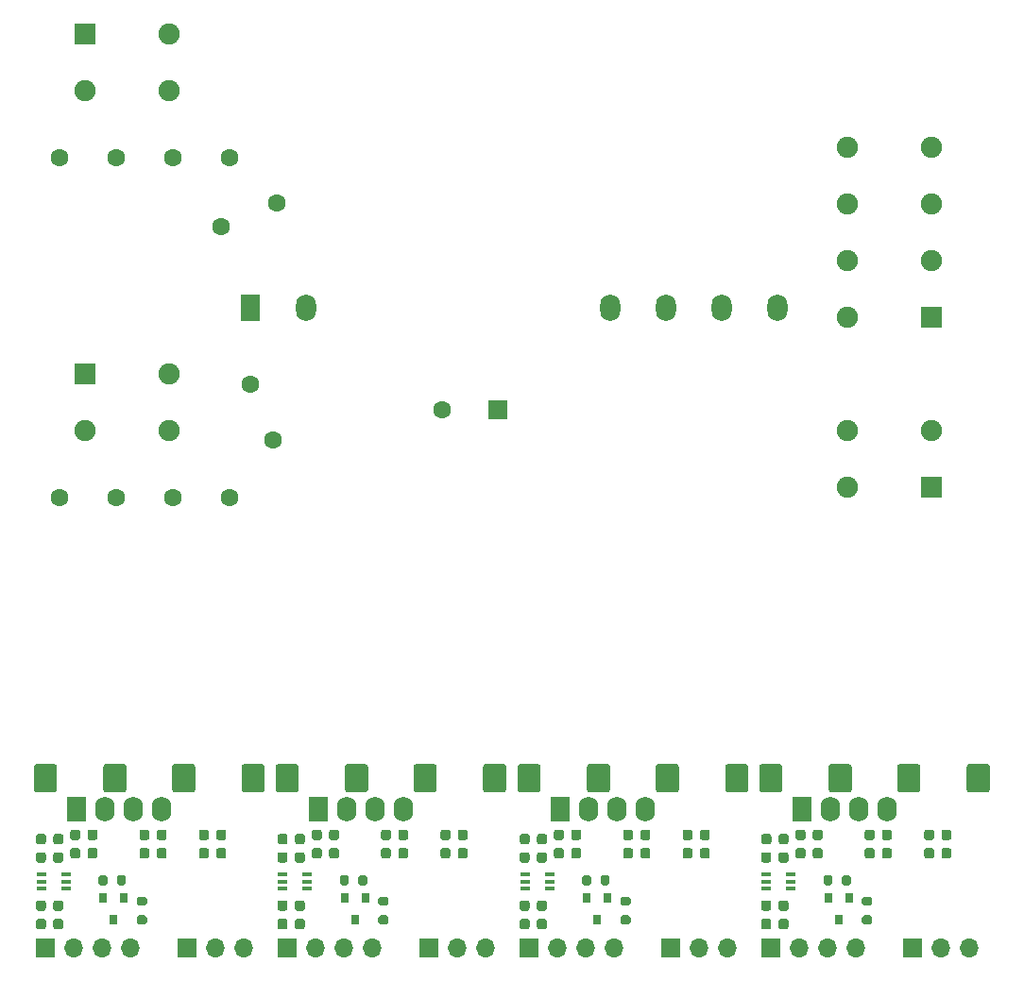
<source format=gbr>
%TF.GenerationSoftware,KiCad,Pcbnew,(5.1.10)-1*%
%TF.CreationDate,2022-01-19T08:42:30+07:00*%
%TF.ProjectId,PCB_2x_pnlz1_4,5043425f-3278-45f7-906e-6c7a315f342e,rev?*%
%TF.SameCoordinates,Original*%
%TF.FileFunction,Soldermask,Bot*%
%TF.FilePolarity,Negative*%
%FSLAX46Y46*%
G04 Gerber Fmt 4.6, Leading zero omitted, Abs format (unit mm)*
G04 Created by KiCad (PCBNEW (5.1.10)-1) date 2022-01-19 08:42:30*
%MOMM*%
%LPD*%
G01*
G04 APERTURE LIST*
%ADD10O,1.750000X2.250000*%
%ADD11R,1.750000X2.250000*%
%ADD12R,0.800000X0.900000*%
%ADD13C,1.900000*%
%ADD14R,1.900000X1.900000*%
%ADD15C,1.600000*%
%ADD16R,0.950000X0.450000*%
%ADD17O,1.700000X1.700000*%
%ADD18R,1.700000X1.700000*%
%ADD19O,1.800000X2.400000*%
%ADD20R,1.800000X2.400000*%
G04 APERTURE END LIST*
%TO.C,C3*%
G36*
G01*
X111395000Y-127020000D02*
X111395000Y-127520000D01*
G75*
G02*
X111170000Y-127745000I-225000J0D01*
G01*
X110720000Y-127745000D01*
G75*
G02*
X110495000Y-127520000I0J225000D01*
G01*
X110495000Y-127020000D01*
G75*
G02*
X110720000Y-126795000I225000J0D01*
G01*
X111170000Y-126795000D01*
G75*
G02*
X111395000Y-127020000I0J-225000D01*
G01*
G37*
G36*
G01*
X112945000Y-127020000D02*
X112945000Y-127520000D01*
G75*
G02*
X112720000Y-127745000I-225000J0D01*
G01*
X112270000Y-127745000D01*
G75*
G02*
X112045000Y-127520000I0J225000D01*
G01*
X112045000Y-127020000D01*
G75*
G02*
X112270000Y-126795000I225000J0D01*
G01*
X112720000Y-126795000D01*
G75*
G02*
X112945000Y-127020000I0J-225000D01*
G01*
G37*
%TD*%
%TO.C,C2*%
G36*
G01*
X115119000Y-122821000D02*
X115119000Y-122321000D01*
G75*
G02*
X115344000Y-122096000I225000J0D01*
G01*
X115794000Y-122096000D01*
G75*
G02*
X116019000Y-122321000I0J-225000D01*
G01*
X116019000Y-122821000D01*
G75*
G02*
X115794000Y-123046000I-225000J0D01*
G01*
X115344000Y-123046000D01*
G75*
G02*
X115119000Y-122821000I0J225000D01*
G01*
G37*
G36*
G01*
X113569000Y-122821000D02*
X113569000Y-122321000D01*
G75*
G02*
X113794000Y-122096000I225000J0D01*
G01*
X114244000Y-122096000D01*
G75*
G02*
X114469000Y-122321000I0J-225000D01*
G01*
X114469000Y-122821000D01*
G75*
G02*
X114244000Y-123046000I-225000J0D01*
G01*
X113794000Y-123046000D01*
G75*
G02*
X113569000Y-122821000I0J225000D01*
G01*
G37*
%TD*%
%TO.C,C1*%
G36*
G01*
X111395000Y-128671000D02*
X111395000Y-129171000D01*
G75*
G02*
X111170000Y-129396000I-225000J0D01*
G01*
X110720000Y-129396000D01*
G75*
G02*
X110495000Y-129171000I0J225000D01*
G01*
X110495000Y-128671000D01*
G75*
G02*
X110720000Y-128446000I225000J0D01*
G01*
X111170000Y-128446000D01*
G75*
G02*
X111395000Y-128671000I0J-225000D01*
G01*
G37*
G36*
G01*
X112945000Y-128671000D02*
X112945000Y-129171000D01*
G75*
G02*
X112720000Y-129396000I-225000J0D01*
G01*
X112270000Y-129396000D01*
G75*
G02*
X112045000Y-129171000I0J225000D01*
G01*
X112045000Y-128671000D01*
G75*
G02*
X112270000Y-128446000I225000J0D01*
G01*
X112720000Y-128446000D01*
G75*
G02*
X112945000Y-128671000I0J-225000D01*
G01*
G37*
%TD*%
%TO.C,C10*%
G36*
G01*
X76416000Y-122821000D02*
X76416000Y-122321000D01*
G75*
G02*
X76641000Y-122096000I225000J0D01*
G01*
X77091000Y-122096000D01*
G75*
G02*
X77316000Y-122321000I0J-225000D01*
G01*
X77316000Y-122821000D01*
G75*
G02*
X77091000Y-123046000I-225000J0D01*
G01*
X76641000Y-123046000D01*
G75*
G02*
X76416000Y-122821000I0J225000D01*
G01*
G37*
G36*
G01*
X77966000Y-122821000D02*
X77966000Y-122321000D01*
G75*
G02*
X78191000Y-122096000I225000J0D01*
G01*
X78641000Y-122096000D01*
G75*
G02*
X78866000Y-122321000I0J-225000D01*
G01*
X78866000Y-122821000D01*
G75*
G02*
X78641000Y-123046000I-225000J0D01*
G01*
X78191000Y-123046000D01*
G75*
G02*
X77966000Y-122821000I0J225000D01*
G01*
G37*
%TD*%
D10*
%TO.C,PS1*%
X78416000Y-118634000D03*
X75876000Y-118634000D03*
X73336000Y-118634000D03*
D11*
X70796000Y-118634000D03*
%TD*%
D12*
%TO.C,Q1*%
X73148000Y-126540000D03*
X75048000Y-126540000D03*
X74098000Y-128540000D03*
%TD*%
%TO.C,R1*%
G36*
G01*
X72745500Y-125259000D02*
X72745500Y-124709000D01*
G75*
G02*
X72945500Y-124509000I200000J0D01*
G01*
X73345500Y-124509000D01*
G75*
G02*
X73545500Y-124709000I0J-200000D01*
G01*
X73545500Y-125259000D01*
G75*
G02*
X73345500Y-125459000I-200000J0D01*
G01*
X72945500Y-125459000D01*
G75*
G02*
X72745500Y-125259000I0J200000D01*
G01*
G37*
G36*
G01*
X74395500Y-125259000D02*
X74395500Y-124709000D01*
G75*
G02*
X74595500Y-124509000I200000J0D01*
G01*
X74995500Y-124509000D01*
G75*
G02*
X75195500Y-124709000I0J-200000D01*
G01*
X75195500Y-125259000D01*
G75*
G02*
X74995500Y-125459000I-200000J0D01*
G01*
X74595500Y-125459000D01*
G75*
G02*
X74395500Y-125259000I0J200000D01*
G01*
G37*
%TD*%
%TO.C,R2*%
G36*
G01*
X76913000Y-128940000D02*
X76363000Y-128940000D01*
G75*
G02*
X76163000Y-128740000I0J200000D01*
G01*
X76163000Y-128340000D01*
G75*
G02*
X76363000Y-128140000I200000J0D01*
G01*
X76913000Y-128140000D01*
G75*
G02*
X77113000Y-128340000I0J-200000D01*
G01*
X77113000Y-128740000D01*
G75*
G02*
X76913000Y-128940000I-200000J0D01*
G01*
G37*
G36*
G01*
X76913000Y-127290000D02*
X76363000Y-127290000D01*
G75*
G02*
X76163000Y-127090000I0J200000D01*
G01*
X76163000Y-126690000D01*
G75*
G02*
X76363000Y-126490000I200000J0D01*
G01*
X76913000Y-126490000D01*
G75*
G02*
X77113000Y-126690000I0J-200000D01*
G01*
X77113000Y-127090000D01*
G75*
G02*
X76913000Y-127290000I-200000J0D01*
G01*
G37*
%TD*%
%TO.C,C10*%
G36*
G01*
X121316000Y-122821000D02*
X121316000Y-122321000D01*
G75*
G02*
X121541000Y-122096000I225000J0D01*
G01*
X121991000Y-122096000D01*
G75*
G02*
X122216000Y-122321000I0J-225000D01*
G01*
X122216000Y-122821000D01*
G75*
G02*
X121991000Y-123046000I-225000J0D01*
G01*
X121541000Y-123046000D01*
G75*
G02*
X121316000Y-122821000I0J225000D01*
G01*
G37*
G36*
G01*
X119766000Y-122821000D02*
X119766000Y-122321000D01*
G75*
G02*
X119991000Y-122096000I225000J0D01*
G01*
X120441000Y-122096000D01*
G75*
G02*
X120666000Y-122321000I0J-225000D01*
G01*
X120666000Y-122821000D01*
G75*
G02*
X120441000Y-123046000I-225000J0D01*
G01*
X119991000Y-123046000D01*
G75*
G02*
X119766000Y-122821000I0J225000D01*
G01*
G37*
%TD*%
%TO.C,C9*%
G36*
G01*
X121316000Y-121170000D02*
X121316000Y-120670000D01*
G75*
G02*
X121541000Y-120445000I225000J0D01*
G01*
X121991000Y-120445000D01*
G75*
G02*
X122216000Y-120670000I0J-225000D01*
G01*
X122216000Y-121170000D01*
G75*
G02*
X121991000Y-121395000I-225000J0D01*
G01*
X121541000Y-121395000D01*
G75*
G02*
X121316000Y-121170000I0J225000D01*
G01*
G37*
G36*
G01*
X119766000Y-121170000D02*
X119766000Y-120670000D01*
G75*
G02*
X119991000Y-120445000I225000J0D01*
G01*
X120441000Y-120445000D01*
G75*
G02*
X120666000Y-120670000I0J-225000D01*
G01*
X120666000Y-121170000D01*
G75*
G02*
X120441000Y-121395000I-225000J0D01*
G01*
X119991000Y-121395000D01*
G75*
G02*
X119766000Y-121170000I0J225000D01*
G01*
G37*
%TD*%
%TO.C,C6*%
G36*
G01*
X111408000Y-121051000D02*
X111408000Y-121551000D01*
G75*
G02*
X111183000Y-121776000I-225000J0D01*
G01*
X110733000Y-121776000D01*
G75*
G02*
X110508000Y-121551000I0J225000D01*
G01*
X110508000Y-121051000D01*
G75*
G02*
X110733000Y-120826000I225000J0D01*
G01*
X111183000Y-120826000D01*
G75*
G02*
X111408000Y-121051000I0J-225000D01*
G01*
G37*
G36*
G01*
X112958000Y-121051000D02*
X112958000Y-121551000D01*
G75*
G02*
X112733000Y-121776000I-225000J0D01*
G01*
X112283000Y-121776000D01*
G75*
G02*
X112058000Y-121551000I0J225000D01*
G01*
X112058000Y-121051000D01*
G75*
G02*
X112283000Y-120826000I225000J0D01*
G01*
X112733000Y-120826000D01*
G75*
G02*
X112958000Y-121051000I0J-225000D01*
G01*
G37*
%TD*%
%TO.C,C5*%
G36*
G01*
X111395000Y-122702000D02*
X111395000Y-123202000D01*
G75*
G02*
X111170000Y-123427000I-225000J0D01*
G01*
X110720000Y-123427000D01*
G75*
G02*
X110495000Y-123202000I0J225000D01*
G01*
X110495000Y-122702000D01*
G75*
G02*
X110720000Y-122477000I225000J0D01*
G01*
X111170000Y-122477000D01*
G75*
G02*
X111395000Y-122702000I0J-225000D01*
G01*
G37*
G36*
G01*
X112945000Y-122702000D02*
X112945000Y-123202000D01*
G75*
G02*
X112720000Y-123427000I-225000J0D01*
G01*
X112270000Y-123427000D01*
G75*
G02*
X112045000Y-123202000I0J225000D01*
G01*
X112045000Y-122702000D01*
G75*
G02*
X112270000Y-122477000I225000J0D01*
G01*
X112720000Y-122477000D01*
G75*
G02*
X112945000Y-122702000I0J-225000D01*
G01*
G37*
%TD*%
%TO.C,C4*%
G36*
G01*
X115119000Y-121170000D02*
X115119000Y-120670000D01*
G75*
G02*
X115344000Y-120445000I225000J0D01*
G01*
X115794000Y-120445000D01*
G75*
G02*
X116019000Y-120670000I0J-225000D01*
G01*
X116019000Y-121170000D01*
G75*
G02*
X115794000Y-121395000I-225000J0D01*
G01*
X115344000Y-121395000D01*
G75*
G02*
X115119000Y-121170000I0J225000D01*
G01*
G37*
G36*
G01*
X113569000Y-121170000D02*
X113569000Y-120670000D01*
G75*
G02*
X113794000Y-120445000I225000J0D01*
G01*
X114244000Y-120445000D01*
G75*
G02*
X114469000Y-120670000I0J-225000D01*
G01*
X114469000Y-121170000D01*
G75*
G02*
X114244000Y-121395000I-225000J0D01*
G01*
X113794000Y-121395000D01*
G75*
G02*
X113569000Y-121170000I0J225000D01*
G01*
G37*
%TD*%
%TO.C,C13*%
G36*
G01*
X126000000Y-120670000D02*
X126000000Y-121170000D01*
G75*
G02*
X125775000Y-121395000I-225000J0D01*
G01*
X125325000Y-121395000D01*
G75*
G02*
X125100000Y-121170000I0J225000D01*
G01*
X125100000Y-120670000D01*
G75*
G02*
X125325000Y-120445000I225000J0D01*
G01*
X125775000Y-120445000D01*
G75*
G02*
X126000000Y-120670000I0J-225000D01*
G01*
G37*
G36*
G01*
X127550000Y-120670000D02*
X127550000Y-121170000D01*
G75*
G02*
X127325000Y-121395000I-225000J0D01*
G01*
X126875000Y-121395000D01*
G75*
G02*
X126650000Y-121170000I0J225000D01*
G01*
X126650000Y-120670000D01*
G75*
G02*
X126875000Y-120445000I225000J0D01*
G01*
X127325000Y-120445000D01*
G75*
G02*
X127550000Y-120670000I0J-225000D01*
G01*
G37*
%TD*%
%TO.C,C14*%
G36*
G01*
X126000000Y-122321000D02*
X126000000Y-122821000D01*
G75*
G02*
X125775000Y-123046000I-225000J0D01*
G01*
X125325000Y-123046000D01*
G75*
G02*
X125100000Y-122821000I0J225000D01*
G01*
X125100000Y-122321000D01*
G75*
G02*
X125325000Y-122096000I225000J0D01*
G01*
X125775000Y-122096000D01*
G75*
G02*
X126000000Y-122321000I0J-225000D01*
G01*
G37*
G36*
G01*
X127550000Y-122321000D02*
X127550000Y-122821000D01*
G75*
G02*
X127325000Y-123046000I-225000J0D01*
G01*
X126875000Y-123046000D01*
G75*
G02*
X126650000Y-122821000I0J225000D01*
G01*
X126650000Y-122321000D01*
G75*
G02*
X126875000Y-122096000I225000J0D01*
G01*
X127325000Y-122096000D01*
G75*
G02*
X127550000Y-122321000I0J-225000D01*
G01*
G37*
%TD*%
%TO.C,R2*%
G36*
G01*
X120263000Y-127290000D02*
X119713000Y-127290000D01*
G75*
G02*
X119513000Y-127090000I0J200000D01*
G01*
X119513000Y-126690000D01*
G75*
G02*
X119713000Y-126490000I200000J0D01*
G01*
X120263000Y-126490000D01*
G75*
G02*
X120463000Y-126690000I0J-200000D01*
G01*
X120463000Y-127090000D01*
G75*
G02*
X120263000Y-127290000I-200000J0D01*
G01*
G37*
G36*
G01*
X120263000Y-128940000D02*
X119713000Y-128940000D01*
G75*
G02*
X119513000Y-128740000I0J200000D01*
G01*
X119513000Y-128340000D01*
G75*
G02*
X119713000Y-128140000I200000J0D01*
G01*
X120263000Y-128140000D01*
G75*
G02*
X120463000Y-128340000I0J-200000D01*
G01*
X120463000Y-128740000D01*
G75*
G02*
X120263000Y-128940000I-200000J0D01*
G01*
G37*
%TD*%
%TO.C,R1*%
G36*
G01*
X117745500Y-125259000D02*
X117745500Y-124709000D01*
G75*
G02*
X117945500Y-124509000I200000J0D01*
G01*
X118345500Y-124509000D01*
G75*
G02*
X118545500Y-124709000I0J-200000D01*
G01*
X118545500Y-125259000D01*
G75*
G02*
X118345500Y-125459000I-200000J0D01*
G01*
X117945500Y-125459000D01*
G75*
G02*
X117745500Y-125259000I0J200000D01*
G01*
G37*
G36*
G01*
X116095500Y-125259000D02*
X116095500Y-124709000D01*
G75*
G02*
X116295500Y-124509000I200000J0D01*
G01*
X116695500Y-124509000D01*
G75*
G02*
X116895500Y-124709000I0J-200000D01*
G01*
X116895500Y-125259000D01*
G75*
G02*
X116695500Y-125459000I-200000J0D01*
G01*
X116295500Y-125459000D01*
G75*
G02*
X116095500Y-125259000I0J200000D01*
G01*
G37*
%TD*%
%TO.C,Q1*%
X117448000Y-128540000D03*
X118398000Y-126540000D03*
X116498000Y-126540000D03*
%TD*%
D11*
%TO.C,PS1*%
X114146000Y-118634000D03*
D10*
X116686000Y-118634000D03*
X119226000Y-118634000D03*
X121766000Y-118634000D03*
%TD*%
D13*
%TO.C,XP1*%
X49896000Y-54160000D03*
X57416000Y-54160000D03*
D14*
X49896000Y-49080000D03*
D13*
X57416000Y-49080000D03*
%TD*%
D15*
%TO.C,RV1*%
X67088000Y-64285000D03*
X62088000Y-66385000D03*
%TD*%
%TO.C,F1*%
X57770000Y-60221000D03*
X47610000Y-60221000D03*
X62850000Y-60221000D03*
X52690000Y-60221000D03*
%TD*%
D16*
%TO.C,D1*%
X113171000Y-125761000D03*
X113171000Y-125111000D03*
X113171000Y-124461000D03*
X110971000Y-124461000D03*
X110971000Y-125111000D03*
X110971000Y-125761000D03*
%TD*%
D17*
%TO.C,J1*%
X118972000Y-131080000D03*
X116432000Y-131080000D03*
X113892000Y-131080000D03*
D18*
X111352000Y-131080000D03*
%TD*%
D17*
%TO.C,J2*%
X129132000Y-131080000D03*
X126592000Y-131080000D03*
D18*
X124052000Y-131080000D03*
%TD*%
%TO.C,C12*%
G36*
G01*
X128921000Y-116865000D02*
X128921000Y-114815000D01*
G75*
G02*
X129171000Y-114565000I250000J0D01*
G01*
X130746000Y-114565000D01*
G75*
G02*
X130996000Y-114815000I0J-250000D01*
G01*
X130996000Y-116865000D01*
G75*
G02*
X130746000Y-117115000I-250000J0D01*
G01*
X129171000Y-117115000D01*
G75*
G02*
X128921000Y-116865000I0J250000D01*
G01*
G37*
G36*
G01*
X122696000Y-116865000D02*
X122696000Y-114815000D01*
G75*
G02*
X122946000Y-114565000I250000J0D01*
G01*
X124521000Y-114565000D01*
G75*
G02*
X124771000Y-114815000I0J-250000D01*
G01*
X124771000Y-116865000D01*
G75*
G02*
X124521000Y-117115000I-250000J0D01*
G01*
X122946000Y-117115000D01*
G75*
G02*
X122696000Y-116865000I0J250000D01*
G01*
G37*
%TD*%
%TO.C,C11*%
G36*
G01*
X116537500Y-116865000D02*
X116537500Y-114815000D01*
G75*
G02*
X116787500Y-114565000I250000J0D01*
G01*
X118362500Y-114565000D01*
G75*
G02*
X118612500Y-114815000I0J-250000D01*
G01*
X118612500Y-116865000D01*
G75*
G02*
X118362500Y-117115000I-250000J0D01*
G01*
X116787500Y-117115000D01*
G75*
G02*
X116537500Y-116865000I0J250000D01*
G01*
G37*
G36*
G01*
X110312500Y-116865000D02*
X110312500Y-114815000D01*
G75*
G02*
X110562500Y-114565000I250000J0D01*
G01*
X112137500Y-114565000D01*
G75*
G02*
X112387500Y-114815000I0J-250000D01*
G01*
X112387500Y-116865000D01*
G75*
G02*
X112137500Y-117115000I-250000J0D01*
G01*
X110562500Y-117115000D01*
G75*
G02*
X110312500Y-116865000I0J250000D01*
G01*
G37*
%TD*%
%TO.C,C1*%
G36*
G01*
X69595000Y-128671000D02*
X69595000Y-129171000D01*
G75*
G02*
X69370000Y-129396000I-225000J0D01*
G01*
X68920000Y-129396000D01*
G75*
G02*
X68695000Y-129171000I0J225000D01*
G01*
X68695000Y-128671000D01*
G75*
G02*
X68920000Y-128446000I225000J0D01*
G01*
X69370000Y-128446000D01*
G75*
G02*
X69595000Y-128671000I0J-225000D01*
G01*
G37*
G36*
G01*
X68045000Y-128671000D02*
X68045000Y-129171000D01*
G75*
G02*
X67820000Y-129396000I-225000J0D01*
G01*
X67370000Y-129396000D01*
G75*
G02*
X67145000Y-129171000I0J225000D01*
G01*
X67145000Y-128671000D01*
G75*
G02*
X67370000Y-128446000I225000J0D01*
G01*
X67820000Y-128446000D01*
G75*
G02*
X68045000Y-128671000I0J-225000D01*
G01*
G37*
%TD*%
%TO.C,C2*%
G36*
G01*
X70219000Y-122821000D02*
X70219000Y-122321000D01*
G75*
G02*
X70444000Y-122096000I225000J0D01*
G01*
X70894000Y-122096000D01*
G75*
G02*
X71119000Y-122321000I0J-225000D01*
G01*
X71119000Y-122821000D01*
G75*
G02*
X70894000Y-123046000I-225000J0D01*
G01*
X70444000Y-123046000D01*
G75*
G02*
X70219000Y-122821000I0J225000D01*
G01*
G37*
G36*
G01*
X71769000Y-122821000D02*
X71769000Y-122321000D01*
G75*
G02*
X71994000Y-122096000I225000J0D01*
G01*
X72444000Y-122096000D01*
G75*
G02*
X72669000Y-122321000I0J-225000D01*
G01*
X72669000Y-122821000D01*
G75*
G02*
X72444000Y-123046000I-225000J0D01*
G01*
X71994000Y-123046000D01*
G75*
G02*
X71769000Y-122821000I0J225000D01*
G01*
G37*
%TD*%
%TO.C,C3*%
G36*
G01*
X69595000Y-127020000D02*
X69595000Y-127520000D01*
G75*
G02*
X69370000Y-127745000I-225000J0D01*
G01*
X68920000Y-127745000D01*
G75*
G02*
X68695000Y-127520000I0J225000D01*
G01*
X68695000Y-127020000D01*
G75*
G02*
X68920000Y-126795000I225000J0D01*
G01*
X69370000Y-126795000D01*
G75*
G02*
X69595000Y-127020000I0J-225000D01*
G01*
G37*
G36*
G01*
X68045000Y-127020000D02*
X68045000Y-127520000D01*
G75*
G02*
X67820000Y-127745000I-225000J0D01*
G01*
X67370000Y-127745000D01*
G75*
G02*
X67145000Y-127520000I0J225000D01*
G01*
X67145000Y-127020000D01*
G75*
G02*
X67370000Y-126795000I225000J0D01*
G01*
X67820000Y-126795000D01*
G75*
G02*
X68045000Y-127020000I0J-225000D01*
G01*
G37*
%TD*%
%TO.C,C4*%
G36*
G01*
X70219000Y-121170000D02*
X70219000Y-120670000D01*
G75*
G02*
X70444000Y-120445000I225000J0D01*
G01*
X70894000Y-120445000D01*
G75*
G02*
X71119000Y-120670000I0J-225000D01*
G01*
X71119000Y-121170000D01*
G75*
G02*
X70894000Y-121395000I-225000J0D01*
G01*
X70444000Y-121395000D01*
G75*
G02*
X70219000Y-121170000I0J225000D01*
G01*
G37*
G36*
G01*
X71769000Y-121170000D02*
X71769000Y-120670000D01*
G75*
G02*
X71994000Y-120445000I225000J0D01*
G01*
X72444000Y-120445000D01*
G75*
G02*
X72669000Y-120670000I0J-225000D01*
G01*
X72669000Y-121170000D01*
G75*
G02*
X72444000Y-121395000I-225000J0D01*
G01*
X71994000Y-121395000D01*
G75*
G02*
X71769000Y-121170000I0J225000D01*
G01*
G37*
%TD*%
%TO.C,C5*%
G36*
G01*
X69595000Y-122702000D02*
X69595000Y-123202000D01*
G75*
G02*
X69370000Y-123427000I-225000J0D01*
G01*
X68920000Y-123427000D01*
G75*
G02*
X68695000Y-123202000I0J225000D01*
G01*
X68695000Y-122702000D01*
G75*
G02*
X68920000Y-122477000I225000J0D01*
G01*
X69370000Y-122477000D01*
G75*
G02*
X69595000Y-122702000I0J-225000D01*
G01*
G37*
G36*
G01*
X68045000Y-122702000D02*
X68045000Y-123202000D01*
G75*
G02*
X67820000Y-123427000I-225000J0D01*
G01*
X67370000Y-123427000D01*
G75*
G02*
X67145000Y-123202000I0J225000D01*
G01*
X67145000Y-122702000D01*
G75*
G02*
X67370000Y-122477000I225000J0D01*
G01*
X67820000Y-122477000D01*
G75*
G02*
X68045000Y-122702000I0J-225000D01*
G01*
G37*
%TD*%
%TO.C,C6*%
G36*
G01*
X69608000Y-121051000D02*
X69608000Y-121551000D01*
G75*
G02*
X69383000Y-121776000I-225000J0D01*
G01*
X68933000Y-121776000D01*
G75*
G02*
X68708000Y-121551000I0J225000D01*
G01*
X68708000Y-121051000D01*
G75*
G02*
X68933000Y-120826000I225000J0D01*
G01*
X69383000Y-120826000D01*
G75*
G02*
X69608000Y-121051000I0J-225000D01*
G01*
G37*
G36*
G01*
X68058000Y-121051000D02*
X68058000Y-121551000D01*
G75*
G02*
X67833000Y-121776000I-225000J0D01*
G01*
X67383000Y-121776000D01*
G75*
G02*
X67158000Y-121551000I0J225000D01*
G01*
X67158000Y-121051000D01*
G75*
G02*
X67383000Y-120826000I225000J0D01*
G01*
X67833000Y-120826000D01*
G75*
G02*
X68058000Y-121051000I0J-225000D01*
G01*
G37*
%TD*%
%TO.C,C9*%
G36*
G01*
X76416000Y-121170000D02*
X76416000Y-120670000D01*
G75*
G02*
X76641000Y-120445000I225000J0D01*
G01*
X77091000Y-120445000D01*
G75*
G02*
X77316000Y-120670000I0J-225000D01*
G01*
X77316000Y-121170000D01*
G75*
G02*
X77091000Y-121395000I-225000J0D01*
G01*
X76641000Y-121395000D01*
G75*
G02*
X76416000Y-121170000I0J225000D01*
G01*
G37*
G36*
G01*
X77966000Y-121170000D02*
X77966000Y-120670000D01*
G75*
G02*
X78191000Y-120445000I225000J0D01*
G01*
X78641000Y-120445000D01*
G75*
G02*
X78866000Y-120670000I0J-225000D01*
G01*
X78866000Y-121170000D01*
G75*
G02*
X78641000Y-121395000I-225000J0D01*
G01*
X78191000Y-121395000D01*
G75*
G02*
X77966000Y-121170000I0J225000D01*
G01*
G37*
%TD*%
%TO.C,C14*%
G36*
G01*
X105900000Y-122321000D02*
X105900000Y-122821000D01*
G75*
G02*
X105675000Y-123046000I-225000J0D01*
G01*
X105225000Y-123046000D01*
G75*
G02*
X105000000Y-122821000I0J225000D01*
G01*
X105000000Y-122321000D01*
G75*
G02*
X105225000Y-122096000I225000J0D01*
G01*
X105675000Y-122096000D01*
G75*
G02*
X105900000Y-122321000I0J-225000D01*
G01*
G37*
G36*
G01*
X104350000Y-122321000D02*
X104350000Y-122821000D01*
G75*
G02*
X104125000Y-123046000I-225000J0D01*
G01*
X103675000Y-123046000D01*
G75*
G02*
X103450000Y-122821000I0J225000D01*
G01*
X103450000Y-122321000D01*
G75*
G02*
X103675000Y-122096000I225000J0D01*
G01*
X104125000Y-122096000D01*
G75*
G02*
X104350000Y-122321000I0J-225000D01*
G01*
G37*
%TD*%
%TO.C,C13*%
G36*
G01*
X105900000Y-120670000D02*
X105900000Y-121170000D01*
G75*
G02*
X105675000Y-121395000I-225000J0D01*
G01*
X105225000Y-121395000D01*
G75*
G02*
X105000000Y-121170000I0J225000D01*
G01*
X105000000Y-120670000D01*
G75*
G02*
X105225000Y-120445000I225000J0D01*
G01*
X105675000Y-120445000D01*
G75*
G02*
X105900000Y-120670000I0J-225000D01*
G01*
G37*
G36*
G01*
X104350000Y-120670000D02*
X104350000Y-121170000D01*
G75*
G02*
X104125000Y-121395000I-225000J0D01*
G01*
X103675000Y-121395000D01*
G75*
G02*
X103450000Y-121170000I0J225000D01*
G01*
X103450000Y-120670000D01*
G75*
G02*
X103675000Y-120445000I225000J0D01*
G01*
X104125000Y-120445000D01*
G75*
G02*
X104350000Y-120670000I0J-225000D01*
G01*
G37*
%TD*%
D16*
%TO.C,D1*%
X89321000Y-125761000D03*
X89321000Y-125111000D03*
X89321000Y-124461000D03*
X91521000Y-124461000D03*
X91521000Y-125111000D03*
X91521000Y-125761000D03*
%TD*%
D18*
%TO.C,J1*%
X89702000Y-131080000D03*
D17*
X92242000Y-131080000D03*
X94782000Y-131080000D03*
X97322000Y-131080000D03*
%TD*%
D18*
%TO.C,J2*%
X102402000Y-131080000D03*
D17*
X104942000Y-131080000D03*
X107482000Y-131080000D03*
%TD*%
%TO.C,C12*%
G36*
G01*
X101046000Y-116865000D02*
X101046000Y-114815000D01*
G75*
G02*
X101296000Y-114565000I250000J0D01*
G01*
X102871000Y-114565000D01*
G75*
G02*
X103121000Y-114815000I0J-250000D01*
G01*
X103121000Y-116865000D01*
G75*
G02*
X102871000Y-117115000I-250000J0D01*
G01*
X101296000Y-117115000D01*
G75*
G02*
X101046000Y-116865000I0J250000D01*
G01*
G37*
G36*
G01*
X107271000Y-116865000D02*
X107271000Y-114815000D01*
G75*
G02*
X107521000Y-114565000I250000J0D01*
G01*
X109096000Y-114565000D01*
G75*
G02*
X109346000Y-114815000I0J-250000D01*
G01*
X109346000Y-116865000D01*
G75*
G02*
X109096000Y-117115000I-250000J0D01*
G01*
X107521000Y-117115000D01*
G75*
G02*
X107271000Y-116865000I0J250000D01*
G01*
G37*
%TD*%
%TO.C,C11*%
G36*
G01*
X88662500Y-116865000D02*
X88662500Y-114815000D01*
G75*
G02*
X88912500Y-114565000I250000J0D01*
G01*
X90487500Y-114565000D01*
G75*
G02*
X90737500Y-114815000I0J-250000D01*
G01*
X90737500Y-116865000D01*
G75*
G02*
X90487500Y-117115000I-250000J0D01*
G01*
X88912500Y-117115000D01*
G75*
G02*
X88662500Y-116865000I0J250000D01*
G01*
G37*
G36*
G01*
X94887500Y-116865000D02*
X94887500Y-114815000D01*
G75*
G02*
X95137500Y-114565000I250000J0D01*
G01*
X96712500Y-114565000D01*
G75*
G02*
X96962500Y-114815000I0J-250000D01*
G01*
X96962500Y-116865000D01*
G75*
G02*
X96712500Y-117115000I-250000J0D01*
G01*
X95137500Y-117115000D01*
G75*
G02*
X94887500Y-116865000I0J250000D01*
G01*
G37*
%TD*%
D18*
%TO.C,U3*%
X86900000Y-82827000D03*
D15*
X81900000Y-82827000D03*
%TD*%
D19*
%TO.C,U2*%
X106949500Y-73620000D03*
X101949500Y-73620000D03*
X96949500Y-73620000D03*
X69691500Y-73620000D03*
D20*
X64691500Y-73620000D03*
D19*
X111949500Y-73620000D03*
%TD*%
D13*
%TO.C,XP4*%
X125742000Y-84640000D03*
X118222000Y-84640000D03*
D14*
X125742000Y-89720000D03*
D13*
X118222000Y-89720000D03*
%TD*%
%TO.C,XP2*%
X49896000Y-84640000D03*
X57416000Y-84640000D03*
D14*
X49896000Y-79560000D03*
D13*
X57416000Y-79560000D03*
%TD*%
D15*
%TO.C,RV2*%
X64687000Y-80494000D03*
X66787000Y-85494000D03*
%TD*%
%TO.C,F2*%
X57770000Y-90701000D03*
X47610000Y-90701000D03*
X62850000Y-90701000D03*
X52690000Y-90701000D03*
%TD*%
D13*
%TO.C,XP3*%
X125742000Y-59240000D03*
X118222000Y-59240000D03*
X125742000Y-64320000D03*
X118222000Y-64320000D03*
X125742000Y-69400000D03*
X118222000Y-69400000D03*
D14*
X125742000Y-74480000D03*
D13*
X118222000Y-74480000D03*
%TD*%
%TO.C,C14*%
G36*
G01*
X62550000Y-122321000D02*
X62550000Y-122821000D01*
G75*
G02*
X62325000Y-123046000I-225000J0D01*
G01*
X61875000Y-123046000D01*
G75*
G02*
X61650000Y-122821000I0J225000D01*
G01*
X61650000Y-122321000D01*
G75*
G02*
X61875000Y-122096000I225000J0D01*
G01*
X62325000Y-122096000D01*
G75*
G02*
X62550000Y-122321000I0J-225000D01*
G01*
G37*
G36*
G01*
X61000000Y-122321000D02*
X61000000Y-122821000D01*
G75*
G02*
X60775000Y-123046000I-225000J0D01*
G01*
X60325000Y-123046000D01*
G75*
G02*
X60100000Y-122821000I0J225000D01*
G01*
X60100000Y-122321000D01*
G75*
G02*
X60325000Y-122096000I225000J0D01*
G01*
X60775000Y-122096000D01*
G75*
G02*
X61000000Y-122321000I0J-225000D01*
G01*
G37*
%TD*%
%TO.C,C13*%
G36*
G01*
X62550000Y-120670000D02*
X62550000Y-121170000D01*
G75*
G02*
X62325000Y-121395000I-225000J0D01*
G01*
X61875000Y-121395000D01*
G75*
G02*
X61650000Y-121170000I0J225000D01*
G01*
X61650000Y-120670000D01*
G75*
G02*
X61875000Y-120445000I225000J0D01*
G01*
X62325000Y-120445000D01*
G75*
G02*
X62550000Y-120670000I0J-225000D01*
G01*
G37*
G36*
G01*
X61000000Y-120670000D02*
X61000000Y-121170000D01*
G75*
G02*
X60775000Y-121395000I-225000J0D01*
G01*
X60325000Y-121395000D01*
G75*
G02*
X60100000Y-121170000I0J225000D01*
G01*
X60100000Y-120670000D01*
G75*
G02*
X60325000Y-120445000I225000J0D01*
G01*
X60775000Y-120445000D01*
G75*
G02*
X61000000Y-120670000I0J-225000D01*
G01*
G37*
%TD*%
D16*
%TO.C,D1*%
X45971000Y-125761000D03*
X45971000Y-125111000D03*
X45971000Y-124461000D03*
X48171000Y-124461000D03*
X48171000Y-125111000D03*
X48171000Y-125761000D03*
%TD*%
D18*
%TO.C,J1*%
X46352000Y-131080000D03*
D17*
X48892000Y-131080000D03*
X51432000Y-131080000D03*
X53972000Y-131080000D03*
%TD*%
D18*
%TO.C,J2*%
X59052000Y-131080000D03*
D17*
X61592000Y-131080000D03*
X64132000Y-131080000D03*
%TD*%
%TO.C,C12*%
G36*
G01*
X57696000Y-116865000D02*
X57696000Y-114815000D01*
G75*
G02*
X57946000Y-114565000I250000J0D01*
G01*
X59521000Y-114565000D01*
G75*
G02*
X59771000Y-114815000I0J-250000D01*
G01*
X59771000Y-116865000D01*
G75*
G02*
X59521000Y-117115000I-250000J0D01*
G01*
X57946000Y-117115000D01*
G75*
G02*
X57696000Y-116865000I0J250000D01*
G01*
G37*
G36*
G01*
X63921000Y-116865000D02*
X63921000Y-114815000D01*
G75*
G02*
X64171000Y-114565000I250000J0D01*
G01*
X65746000Y-114565000D01*
G75*
G02*
X65996000Y-114815000I0J-250000D01*
G01*
X65996000Y-116865000D01*
G75*
G02*
X65746000Y-117115000I-250000J0D01*
G01*
X64171000Y-117115000D01*
G75*
G02*
X63921000Y-116865000I0J250000D01*
G01*
G37*
%TD*%
%TO.C,C11*%
G36*
G01*
X45312500Y-116865000D02*
X45312500Y-114815000D01*
G75*
G02*
X45562500Y-114565000I250000J0D01*
G01*
X47137500Y-114565000D01*
G75*
G02*
X47387500Y-114815000I0J-250000D01*
G01*
X47387500Y-116865000D01*
G75*
G02*
X47137500Y-117115000I-250000J0D01*
G01*
X45562500Y-117115000D01*
G75*
G02*
X45312500Y-116865000I0J250000D01*
G01*
G37*
G36*
G01*
X51537500Y-116865000D02*
X51537500Y-114815000D01*
G75*
G02*
X51787500Y-114565000I250000J0D01*
G01*
X53362500Y-114565000D01*
G75*
G02*
X53612500Y-114815000I0J-250000D01*
G01*
X53612500Y-116865000D01*
G75*
G02*
X53362500Y-117115000I-250000J0D01*
G01*
X51787500Y-117115000D01*
G75*
G02*
X51537500Y-116865000I0J250000D01*
G01*
G37*
%TD*%
%TO.C,C10*%
G36*
G01*
X54766000Y-122821000D02*
X54766000Y-122321000D01*
G75*
G02*
X54991000Y-122096000I225000J0D01*
G01*
X55441000Y-122096000D01*
G75*
G02*
X55666000Y-122321000I0J-225000D01*
G01*
X55666000Y-122821000D01*
G75*
G02*
X55441000Y-123046000I-225000J0D01*
G01*
X54991000Y-123046000D01*
G75*
G02*
X54766000Y-122821000I0J225000D01*
G01*
G37*
G36*
G01*
X56316000Y-122821000D02*
X56316000Y-122321000D01*
G75*
G02*
X56541000Y-122096000I225000J0D01*
G01*
X56991000Y-122096000D01*
G75*
G02*
X57216000Y-122321000I0J-225000D01*
G01*
X57216000Y-122821000D01*
G75*
G02*
X56991000Y-123046000I-225000J0D01*
G01*
X56541000Y-123046000D01*
G75*
G02*
X56316000Y-122821000I0J225000D01*
G01*
G37*
%TD*%
D10*
%TO.C,PS1*%
X56766000Y-118634000D03*
X54226000Y-118634000D03*
X51686000Y-118634000D03*
D11*
X49146000Y-118634000D03*
%TD*%
D12*
%TO.C,Q1*%
X51498000Y-126540000D03*
X53398000Y-126540000D03*
X52448000Y-128540000D03*
%TD*%
%TO.C,R1*%
G36*
G01*
X51095500Y-125259000D02*
X51095500Y-124709000D01*
G75*
G02*
X51295500Y-124509000I200000J0D01*
G01*
X51695500Y-124509000D01*
G75*
G02*
X51895500Y-124709000I0J-200000D01*
G01*
X51895500Y-125259000D01*
G75*
G02*
X51695500Y-125459000I-200000J0D01*
G01*
X51295500Y-125459000D01*
G75*
G02*
X51095500Y-125259000I0J200000D01*
G01*
G37*
G36*
G01*
X52745500Y-125259000D02*
X52745500Y-124709000D01*
G75*
G02*
X52945500Y-124509000I200000J0D01*
G01*
X53345500Y-124509000D01*
G75*
G02*
X53545500Y-124709000I0J-200000D01*
G01*
X53545500Y-125259000D01*
G75*
G02*
X53345500Y-125459000I-200000J0D01*
G01*
X52945500Y-125459000D01*
G75*
G02*
X52745500Y-125259000I0J200000D01*
G01*
G37*
%TD*%
%TO.C,R2*%
G36*
G01*
X55263000Y-128940000D02*
X54713000Y-128940000D01*
G75*
G02*
X54513000Y-128740000I0J200000D01*
G01*
X54513000Y-128340000D01*
G75*
G02*
X54713000Y-128140000I200000J0D01*
G01*
X55263000Y-128140000D01*
G75*
G02*
X55463000Y-128340000I0J-200000D01*
G01*
X55463000Y-128740000D01*
G75*
G02*
X55263000Y-128940000I-200000J0D01*
G01*
G37*
G36*
G01*
X55263000Y-127290000D02*
X54713000Y-127290000D01*
G75*
G02*
X54513000Y-127090000I0J200000D01*
G01*
X54513000Y-126690000D01*
G75*
G02*
X54713000Y-126490000I200000J0D01*
G01*
X55263000Y-126490000D01*
G75*
G02*
X55463000Y-126690000I0J-200000D01*
G01*
X55463000Y-127090000D01*
G75*
G02*
X55263000Y-127290000I-200000J0D01*
G01*
G37*
%TD*%
%TO.C,C14*%
G36*
G01*
X84200000Y-122321000D02*
X84200000Y-122821000D01*
G75*
G02*
X83975000Y-123046000I-225000J0D01*
G01*
X83525000Y-123046000D01*
G75*
G02*
X83300000Y-122821000I0J225000D01*
G01*
X83300000Y-122321000D01*
G75*
G02*
X83525000Y-122096000I225000J0D01*
G01*
X83975000Y-122096000D01*
G75*
G02*
X84200000Y-122321000I0J-225000D01*
G01*
G37*
G36*
G01*
X82650000Y-122321000D02*
X82650000Y-122821000D01*
G75*
G02*
X82425000Y-123046000I-225000J0D01*
G01*
X81975000Y-123046000D01*
G75*
G02*
X81750000Y-122821000I0J225000D01*
G01*
X81750000Y-122321000D01*
G75*
G02*
X81975000Y-122096000I225000J0D01*
G01*
X82425000Y-122096000D01*
G75*
G02*
X82650000Y-122321000I0J-225000D01*
G01*
G37*
%TD*%
%TO.C,C13*%
G36*
G01*
X84200000Y-120670000D02*
X84200000Y-121170000D01*
G75*
G02*
X83975000Y-121395000I-225000J0D01*
G01*
X83525000Y-121395000D01*
G75*
G02*
X83300000Y-121170000I0J225000D01*
G01*
X83300000Y-120670000D01*
G75*
G02*
X83525000Y-120445000I225000J0D01*
G01*
X83975000Y-120445000D01*
G75*
G02*
X84200000Y-120670000I0J-225000D01*
G01*
G37*
G36*
G01*
X82650000Y-120670000D02*
X82650000Y-121170000D01*
G75*
G02*
X82425000Y-121395000I-225000J0D01*
G01*
X81975000Y-121395000D01*
G75*
G02*
X81750000Y-121170000I0J225000D01*
G01*
X81750000Y-120670000D01*
G75*
G02*
X81975000Y-120445000I225000J0D01*
G01*
X82425000Y-120445000D01*
G75*
G02*
X82650000Y-120670000I0J-225000D01*
G01*
G37*
%TD*%
D16*
%TO.C,D1*%
X67621000Y-125761000D03*
X67621000Y-125111000D03*
X67621000Y-124461000D03*
X69821000Y-124461000D03*
X69821000Y-125111000D03*
X69821000Y-125761000D03*
%TD*%
D18*
%TO.C,J1*%
X68002000Y-131080000D03*
D17*
X70542000Y-131080000D03*
X73082000Y-131080000D03*
X75622000Y-131080000D03*
%TD*%
D18*
%TO.C,J2*%
X80702000Y-131080000D03*
D17*
X83242000Y-131080000D03*
X85782000Y-131080000D03*
%TD*%
%TO.C,C12*%
G36*
G01*
X79346000Y-116865000D02*
X79346000Y-114815000D01*
G75*
G02*
X79596000Y-114565000I250000J0D01*
G01*
X81171000Y-114565000D01*
G75*
G02*
X81421000Y-114815000I0J-250000D01*
G01*
X81421000Y-116865000D01*
G75*
G02*
X81171000Y-117115000I-250000J0D01*
G01*
X79596000Y-117115000D01*
G75*
G02*
X79346000Y-116865000I0J250000D01*
G01*
G37*
G36*
G01*
X85571000Y-116865000D02*
X85571000Y-114815000D01*
G75*
G02*
X85821000Y-114565000I250000J0D01*
G01*
X87396000Y-114565000D01*
G75*
G02*
X87646000Y-114815000I0J-250000D01*
G01*
X87646000Y-116865000D01*
G75*
G02*
X87396000Y-117115000I-250000J0D01*
G01*
X85821000Y-117115000D01*
G75*
G02*
X85571000Y-116865000I0J250000D01*
G01*
G37*
%TD*%
%TO.C,C11*%
G36*
G01*
X66962500Y-116865000D02*
X66962500Y-114815000D01*
G75*
G02*
X67212500Y-114565000I250000J0D01*
G01*
X68787500Y-114565000D01*
G75*
G02*
X69037500Y-114815000I0J-250000D01*
G01*
X69037500Y-116865000D01*
G75*
G02*
X68787500Y-117115000I-250000J0D01*
G01*
X67212500Y-117115000D01*
G75*
G02*
X66962500Y-116865000I0J250000D01*
G01*
G37*
G36*
G01*
X73187500Y-116865000D02*
X73187500Y-114815000D01*
G75*
G02*
X73437500Y-114565000I250000J0D01*
G01*
X75012500Y-114565000D01*
G75*
G02*
X75262500Y-114815000I0J-250000D01*
G01*
X75262500Y-116865000D01*
G75*
G02*
X75012500Y-117115000I-250000J0D01*
G01*
X73437500Y-117115000D01*
G75*
G02*
X73187500Y-116865000I0J250000D01*
G01*
G37*
%TD*%
%TO.C,R2*%
G36*
G01*
X98613000Y-128940000D02*
X98063000Y-128940000D01*
G75*
G02*
X97863000Y-128740000I0J200000D01*
G01*
X97863000Y-128340000D01*
G75*
G02*
X98063000Y-128140000I200000J0D01*
G01*
X98613000Y-128140000D01*
G75*
G02*
X98813000Y-128340000I0J-200000D01*
G01*
X98813000Y-128740000D01*
G75*
G02*
X98613000Y-128940000I-200000J0D01*
G01*
G37*
G36*
G01*
X98613000Y-127290000D02*
X98063000Y-127290000D01*
G75*
G02*
X97863000Y-127090000I0J200000D01*
G01*
X97863000Y-126690000D01*
G75*
G02*
X98063000Y-126490000I200000J0D01*
G01*
X98613000Y-126490000D01*
G75*
G02*
X98813000Y-126690000I0J-200000D01*
G01*
X98813000Y-127090000D01*
G75*
G02*
X98613000Y-127290000I-200000J0D01*
G01*
G37*
%TD*%
%TO.C,R1*%
G36*
G01*
X94445500Y-125259000D02*
X94445500Y-124709000D01*
G75*
G02*
X94645500Y-124509000I200000J0D01*
G01*
X95045500Y-124509000D01*
G75*
G02*
X95245500Y-124709000I0J-200000D01*
G01*
X95245500Y-125259000D01*
G75*
G02*
X95045500Y-125459000I-200000J0D01*
G01*
X94645500Y-125459000D01*
G75*
G02*
X94445500Y-125259000I0J200000D01*
G01*
G37*
G36*
G01*
X96095500Y-125259000D02*
X96095500Y-124709000D01*
G75*
G02*
X96295500Y-124509000I200000J0D01*
G01*
X96695500Y-124509000D01*
G75*
G02*
X96895500Y-124709000I0J-200000D01*
G01*
X96895500Y-125259000D01*
G75*
G02*
X96695500Y-125459000I-200000J0D01*
G01*
X96295500Y-125459000D01*
G75*
G02*
X96095500Y-125259000I0J200000D01*
G01*
G37*
%TD*%
D12*
%TO.C,Q1*%
X94848000Y-126540000D03*
X96748000Y-126540000D03*
X95798000Y-128540000D03*
%TD*%
D10*
%TO.C,PS1*%
X100116000Y-118634000D03*
X97576000Y-118634000D03*
X95036000Y-118634000D03*
D11*
X92496000Y-118634000D03*
%TD*%
%TO.C,C10*%
G36*
G01*
X98116000Y-122821000D02*
X98116000Y-122321000D01*
G75*
G02*
X98341000Y-122096000I225000J0D01*
G01*
X98791000Y-122096000D01*
G75*
G02*
X99016000Y-122321000I0J-225000D01*
G01*
X99016000Y-122821000D01*
G75*
G02*
X98791000Y-123046000I-225000J0D01*
G01*
X98341000Y-123046000D01*
G75*
G02*
X98116000Y-122821000I0J225000D01*
G01*
G37*
G36*
G01*
X99666000Y-122821000D02*
X99666000Y-122321000D01*
G75*
G02*
X99891000Y-122096000I225000J0D01*
G01*
X100341000Y-122096000D01*
G75*
G02*
X100566000Y-122321000I0J-225000D01*
G01*
X100566000Y-122821000D01*
G75*
G02*
X100341000Y-123046000I-225000J0D01*
G01*
X99891000Y-123046000D01*
G75*
G02*
X99666000Y-122821000I0J225000D01*
G01*
G37*
%TD*%
%TO.C,C9*%
G36*
G01*
X98116000Y-121170000D02*
X98116000Y-120670000D01*
G75*
G02*
X98341000Y-120445000I225000J0D01*
G01*
X98791000Y-120445000D01*
G75*
G02*
X99016000Y-120670000I0J-225000D01*
G01*
X99016000Y-121170000D01*
G75*
G02*
X98791000Y-121395000I-225000J0D01*
G01*
X98341000Y-121395000D01*
G75*
G02*
X98116000Y-121170000I0J225000D01*
G01*
G37*
G36*
G01*
X99666000Y-121170000D02*
X99666000Y-120670000D01*
G75*
G02*
X99891000Y-120445000I225000J0D01*
G01*
X100341000Y-120445000D01*
G75*
G02*
X100566000Y-120670000I0J-225000D01*
G01*
X100566000Y-121170000D01*
G75*
G02*
X100341000Y-121395000I-225000J0D01*
G01*
X99891000Y-121395000D01*
G75*
G02*
X99666000Y-121170000I0J225000D01*
G01*
G37*
%TD*%
%TO.C,C6*%
G36*
G01*
X91308000Y-121051000D02*
X91308000Y-121551000D01*
G75*
G02*
X91083000Y-121776000I-225000J0D01*
G01*
X90633000Y-121776000D01*
G75*
G02*
X90408000Y-121551000I0J225000D01*
G01*
X90408000Y-121051000D01*
G75*
G02*
X90633000Y-120826000I225000J0D01*
G01*
X91083000Y-120826000D01*
G75*
G02*
X91308000Y-121051000I0J-225000D01*
G01*
G37*
G36*
G01*
X89758000Y-121051000D02*
X89758000Y-121551000D01*
G75*
G02*
X89533000Y-121776000I-225000J0D01*
G01*
X89083000Y-121776000D01*
G75*
G02*
X88858000Y-121551000I0J225000D01*
G01*
X88858000Y-121051000D01*
G75*
G02*
X89083000Y-120826000I225000J0D01*
G01*
X89533000Y-120826000D01*
G75*
G02*
X89758000Y-121051000I0J-225000D01*
G01*
G37*
%TD*%
%TO.C,C5*%
G36*
G01*
X91295000Y-122702000D02*
X91295000Y-123202000D01*
G75*
G02*
X91070000Y-123427000I-225000J0D01*
G01*
X90620000Y-123427000D01*
G75*
G02*
X90395000Y-123202000I0J225000D01*
G01*
X90395000Y-122702000D01*
G75*
G02*
X90620000Y-122477000I225000J0D01*
G01*
X91070000Y-122477000D01*
G75*
G02*
X91295000Y-122702000I0J-225000D01*
G01*
G37*
G36*
G01*
X89745000Y-122702000D02*
X89745000Y-123202000D01*
G75*
G02*
X89520000Y-123427000I-225000J0D01*
G01*
X89070000Y-123427000D01*
G75*
G02*
X88845000Y-123202000I0J225000D01*
G01*
X88845000Y-122702000D01*
G75*
G02*
X89070000Y-122477000I225000J0D01*
G01*
X89520000Y-122477000D01*
G75*
G02*
X89745000Y-122702000I0J-225000D01*
G01*
G37*
%TD*%
%TO.C,C4*%
G36*
G01*
X91919000Y-121170000D02*
X91919000Y-120670000D01*
G75*
G02*
X92144000Y-120445000I225000J0D01*
G01*
X92594000Y-120445000D01*
G75*
G02*
X92819000Y-120670000I0J-225000D01*
G01*
X92819000Y-121170000D01*
G75*
G02*
X92594000Y-121395000I-225000J0D01*
G01*
X92144000Y-121395000D01*
G75*
G02*
X91919000Y-121170000I0J225000D01*
G01*
G37*
G36*
G01*
X93469000Y-121170000D02*
X93469000Y-120670000D01*
G75*
G02*
X93694000Y-120445000I225000J0D01*
G01*
X94144000Y-120445000D01*
G75*
G02*
X94369000Y-120670000I0J-225000D01*
G01*
X94369000Y-121170000D01*
G75*
G02*
X94144000Y-121395000I-225000J0D01*
G01*
X93694000Y-121395000D01*
G75*
G02*
X93469000Y-121170000I0J225000D01*
G01*
G37*
%TD*%
%TO.C,C3*%
G36*
G01*
X91295000Y-127020000D02*
X91295000Y-127520000D01*
G75*
G02*
X91070000Y-127745000I-225000J0D01*
G01*
X90620000Y-127745000D01*
G75*
G02*
X90395000Y-127520000I0J225000D01*
G01*
X90395000Y-127020000D01*
G75*
G02*
X90620000Y-126795000I225000J0D01*
G01*
X91070000Y-126795000D01*
G75*
G02*
X91295000Y-127020000I0J-225000D01*
G01*
G37*
G36*
G01*
X89745000Y-127020000D02*
X89745000Y-127520000D01*
G75*
G02*
X89520000Y-127745000I-225000J0D01*
G01*
X89070000Y-127745000D01*
G75*
G02*
X88845000Y-127520000I0J225000D01*
G01*
X88845000Y-127020000D01*
G75*
G02*
X89070000Y-126795000I225000J0D01*
G01*
X89520000Y-126795000D01*
G75*
G02*
X89745000Y-127020000I0J-225000D01*
G01*
G37*
%TD*%
%TO.C,C2*%
G36*
G01*
X91919000Y-122821000D02*
X91919000Y-122321000D01*
G75*
G02*
X92144000Y-122096000I225000J0D01*
G01*
X92594000Y-122096000D01*
G75*
G02*
X92819000Y-122321000I0J-225000D01*
G01*
X92819000Y-122821000D01*
G75*
G02*
X92594000Y-123046000I-225000J0D01*
G01*
X92144000Y-123046000D01*
G75*
G02*
X91919000Y-122821000I0J225000D01*
G01*
G37*
G36*
G01*
X93469000Y-122821000D02*
X93469000Y-122321000D01*
G75*
G02*
X93694000Y-122096000I225000J0D01*
G01*
X94144000Y-122096000D01*
G75*
G02*
X94369000Y-122321000I0J-225000D01*
G01*
X94369000Y-122821000D01*
G75*
G02*
X94144000Y-123046000I-225000J0D01*
G01*
X93694000Y-123046000D01*
G75*
G02*
X93469000Y-122821000I0J225000D01*
G01*
G37*
%TD*%
%TO.C,C1*%
G36*
G01*
X91295000Y-128671000D02*
X91295000Y-129171000D01*
G75*
G02*
X91070000Y-129396000I-225000J0D01*
G01*
X90620000Y-129396000D01*
G75*
G02*
X90395000Y-129171000I0J225000D01*
G01*
X90395000Y-128671000D01*
G75*
G02*
X90620000Y-128446000I225000J0D01*
G01*
X91070000Y-128446000D01*
G75*
G02*
X91295000Y-128671000I0J-225000D01*
G01*
G37*
G36*
G01*
X89745000Y-128671000D02*
X89745000Y-129171000D01*
G75*
G02*
X89520000Y-129396000I-225000J0D01*
G01*
X89070000Y-129396000D01*
G75*
G02*
X88845000Y-129171000I0J225000D01*
G01*
X88845000Y-128671000D01*
G75*
G02*
X89070000Y-128446000I225000J0D01*
G01*
X89520000Y-128446000D01*
G75*
G02*
X89745000Y-128671000I0J-225000D01*
G01*
G37*
%TD*%
%TO.C,C1*%
G36*
G01*
X47945000Y-128671000D02*
X47945000Y-129171000D01*
G75*
G02*
X47720000Y-129396000I-225000J0D01*
G01*
X47270000Y-129396000D01*
G75*
G02*
X47045000Y-129171000I0J225000D01*
G01*
X47045000Y-128671000D01*
G75*
G02*
X47270000Y-128446000I225000J0D01*
G01*
X47720000Y-128446000D01*
G75*
G02*
X47945000Y-128671000I0J-225000D01*
G01*
G37*
G36*
G01*
X46395000Y-128671000D02*
X46395000Y-129171000D01*
G75*
G02*
X46170000Y-129396000I-225000J0D01*
G01*
X45720000Y-129396000D01*
G75*
G02*
X45495000Y-129171000I0J225000D01*
G01*
X45495000Y-128671000D01*
G75*
G02*
X45720000Y-128446000I225000J0D01*
G01*
X46170000Y-128446000D01*
G75*
G02*
X46395000Y-128671000I0J-225000D01*
G01*
G37*
%TD*%
%TO.C,C2*%
G36*
G01*
X48569000Y-122821000D02*
X48569000Y-122321000D01*
G75*
G02*
X48794000Y-122096000I225000J0D01*
G01*
X49244000Y-122096000D01*
G75*
G02*
X49469000Y-122321000I0J-225000D01*
G01*
X49469000Y-122821000D01*
G75*
G02*
X49244000Y-123046000I-225000J0D01*
G01*
X48794000Y-123046000D01*
G75*
G02*
X48569000Y-122821000I0J225000D01*
G01*
G37*
G36*
G01*
X50119000Y-122821000D02*
X50119000Y-122321000D01*
G75*
G02*
X50344000Y-122096000I225000J0D01*
G01*
X50794000Y-122096000D01*
G75*
G02*
X51019000Y-122321000I0J-225000D01*
G01*
X51019000Y-122821000D01*
G75*
G02*
X50794000Y-123046000I-225000J0D01*
G01*
X50344000Y-123046000D01*
G75*
G02*
X50119000Y-122821000I0J225000D01*
G01*
G37*
%TD*%
%TO.C,C3*%
G36*
G01*
X47945000Y-127020000D02*
X47945000Y-127520000D01*
G75*
G02*
X47720000Y-127745000I-225000J0D01*
G01*
X47270000Y-127745000D01*
G75*
G02*
X47045000Y-127520000I0J225000D01*
G01*
X47045000Y-127020000D01*
G75*
G02*
X47270000Y-126795000I225000J0D01*
G01*
X47720000Y-126795000D01*
G75*
G02*
X47945000Y-127020000I0J-225000D01*
G01*
G37*
G36*
G01*
X46395000Y-127020000D02*
X46395000Y-127520000D01*
G75*
G02*
X46170000Y-127745000I-225000J0D01*
G01*
X45720000Y-127745000D01*
G75*
G02*
X45495000Y-127520000I0J225000D01*
G01*
X45495000Y-127020000D01*
G75*
G02*
X45720000Y-126795000I225000J0D01*
G01*
X46170000Y-126795000D01*
G75*
G02*
X46395000Y-127020000I0J-225000D01*
G01*
G37*
%TD*%
%TO.C,C4*%
G36*
G01*
X48569000Y-121170000D02*
X48569000Y-120670000D01*
G75*
G02*
X48794000Y-120445000I225000J0D01*
G01*
X49244000Y-120445000D01*
G75*
G02*
X49469000Y-120670000I0J-225000D01*
G01*
X49469000Y-121170000D01*
G75*
G02*
X49244000Y-121395000I-225000J0D01*
G01*
X48794000Y-121395000D01*
G75*
G02*
X48569000Y-121170000I0J225000D01*
G01*
G37*
G36*
G01*
X50119000Y-121170000D02*
X50119000Y-120670000D01*
G75*
G02*
X50344000Y-120445000I225000J0D01*
G01*
X50794000Y-120445000D01*
G75*
G02*
X51019000Y-120670000I0J-225000D01*
G01*
X51019000Y-121170000D01*
G75*
G02*
X50794000Y-121395000I-225000J0D01*
G01*
X50344000Y-121395000D01*
G75*
G02*
X50119000Y-121170000I0J225000D01*
G01*
G37*
%TD*%
%TO.C,C5*%
G36*
G01*
X47945000Y-122702000D02*
X47945000Y-123202000D01*
G75*
G02*
X47720000Y-123427000I-225000J0D01*
G01*
X47270000Y-123427000D01*
G75*
G02*
X47045000Y-123202000I0J225000D01*
G01*
X47045000Y-122702000D01*
G75*
G02*
X47270000Y-122477000I225000J0D01*
G01*
X47720000Y-122477000D01*
G75*
G02*
X47945000Y-122702000I0J-225000D01*
G01*
G37*
G36*
G01*
X46395000Y-122702000D02*
X46395000Y-123202000D01*
G75*
G02*
X46170000Y-123427000I-225000J0D01*
G01*
X45720000Y-123427000D01*
G75*
G02*
X45495000Y-123202000I0J225000D01*
G01*
X45495000Y-122702000D01*
G75*
G02*
X45720000Y-122477000I225000J0D01*
G01*
X46170000Y-122477000D01*
G75*
G02*
X46395000Y-122702000I0J-225000D01*
G01*
G37*
%TD*%
%TO.C,C6*%
G36*
G01*
X47958000Y-121051000D02*
X47958000Y-121551000D01*
G75*
G02*
X47733000Y-121776000I-225000J0D01*
G01*
X47283000Y-121776000D01*
G75*
G02*
X47058000Y-121551000I0J225000D01*
G01*
X47058000Y-121051000D01*
G75*
G02*
X47283000Y-120826000I225000J0D01*
G01*
X47733000Y-120826000D01*
G75*
G02*
X47958000Y-121051000I0J-225000D01*
G01*
G37*
G36*
G01*
X46408000Y-121051000D02*
X46408000Y-121551000D01*
G75*
G02*
X46183000Y-121776000I-225000J0D01*
G01*
X45733000Y-121776000D01*
G75*
G02*
X45508000Y-121551000I0J225000D01*
G01*
X45508000Y-121051000D01*
G75*
G02*
X45733000Y-120826000I225000J0D01*
G01*
X46183000Y-120826000D01*
G75*
G02*
X46408000Y-121051000I0J-225000D01*
G01*
G37*
%TD*%
%TO.C,C9*%
G36*
G01*
X54766000Y-121170000D02*
X54766000Y-120670000D01*
G75*
G02*
X54991000Y-120445000I225000J0D01*
G01*
X55441000Y-120445000D01*
G75*
G02*
X55666000Y-120670000I0J-225000D01*
G01*
X55666000Y-121170000D01*
G75*
G02*
X55441000Y-121395000I-225000J0D01*
G01*
X54991000Y-121395000D01*
G75*
G02*
X54766000Y-121170000I0J225000D01*
G01*
G37*
G36*
G01*
X56316000Y-121170000D02*
X56316000Y-120670000D01*
G75*
G02*
X56541000Y-120445000I225000J0D01*
G01*
X56991000Y-120445000D01*
G75*
G02*
X57216000Y-120670000I0J-225000D01*
G01*
X57216000Y-121170000D01*
G75*
G02*
X56991000Y-121395000I-225000J0D01*
G01*
X56541000Y-121395000D01*
G75*
G02*
X56316000Y-121170000I0J225000D01*
G01*
G37*
%TD*%
M02*

</source>
